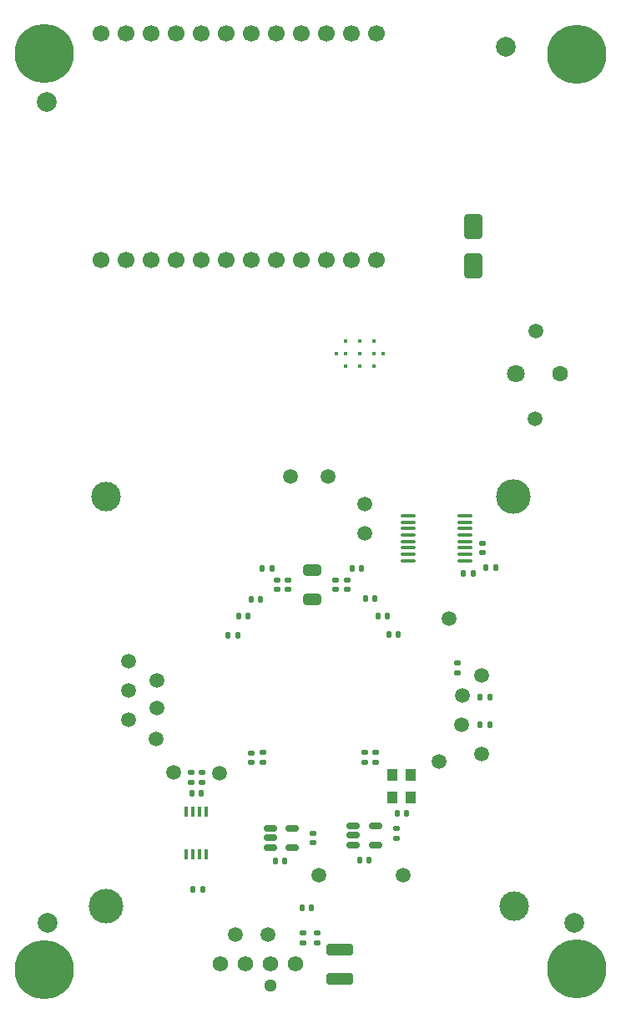
<source format=gts>
G04 #@! TF.GenerationSoftware,KiCad,Pcbnew,8.0.4*
G04 #@! TF.CreationDate,2025-01-19T11:33:20+01:00*
G04 #@! TF.ProjectId,nerdaxe-gamma,6e657264-6178-4652-9d67-616d6d612e6b,rev?*
G04 #@! TF.SameCoordinates,Original*
G04 #@! TF.FileFunction,Soldermask,Top*
G04 #@! TF.FilePolarity,Negative*
%FSLAX46Y46*%
G04 Gerber Fmt 4.6, Leading zero omitted, Abs format (unit mm)*
G04 Created by KiCad (PCBNEW 8.0.4) date 2025-01-19 11:33:20*
%MOMM*%
%LPD*%
G01*
G04 APERTURE LIST*
G04 Aperture macros list*
%AMRoundRect*
0 Rectangle with rounded corners*
0 $1 Rounding radius*
0 $2 $3 $4 $5 $6 $7 $8 $9 X,Y pos of 4 corners*
0 Add a 4 corners polygon primitive as box body*
4,1,4,$2,$3,$4,$5,$6,$7,$8,$9,$2,$3,0*
0 Add four circle primitives for the rounded corners*
1,1,$1+$1,$2,$3*
1,1,$1+$1,$4,$5*
1,1,$1+$1,$6,$7*
1,1,$1+$1,$8,$9*
0 Add four rect primitives between the rounded corners*
20,1,$1+$1,$2,$3,$4,$5,0*
20,1,$1+$1,$4,$5,$6,$7,0*
20,1,$1+$1,$6,$7,$8,$9,0*
20,1,$1+$1,$8,$9,$2,$3,0*%
G04 Aperture macros list end*
%ADD10C,1.500000*%
%ADD11RoundRect,0.135000X0.135000X0.185000X-0.135000X0.185000X-0.135000X-0.185000X0.135000X-0.185000X0*%
%ADD12RoundRect,0.250000X-1.100000X0.325000X-1.100000X-0.325000X1.100000X-0.325000X1.100000X0.325000X0*%
%ADD13C,2.000000*%
%ADD14RoundRect,0.140000X0.140000X0.170000X-0.140000X0.170000X-0.140000X-0.170000X0.140000X-0.170000X0*%
%ADD15RoundRect,0.140000X0.170000X-0.140000X0.170000X0.140000X-0.170000X0.140000X-0.170000X-0.140000X0*%
%ADD16RoundRect,0.140000X-0.170000X0.140000X-0.170000X-0.140000X0.170000X-0.140000X0.170000X0.140000X0*%
%ADD17RoundRect,0.135000X-0.185000X0.135000X-0.185000X-0.135000X0.185000X-0.135000X0.185000X0.135000X0*%
%ADD18C,3.000000*%
%ADD19RoundRect,0.150000X-0.512500X-0.150000X0.512500X-0.150000X0.512500X0.150000X-0.512500X0.150000X0*%
%ADD20R,1.100000X1.300000*%
%ADD21RoundRect,0.140000X-0.140000X-0.170000X0.140000X-0.170000X0.140000X0.170000X-0.140000X0.170000X0*%
%ADD22C,0.800000*%
%ADD23C,6.000000*%
%ADD24RoundRect,0.250000X-0.650000X0.325000X-0.650000X-0.325000X0.650000X-0.325000X0.650000X0.325000X0*%
%ADD25RoundRect,0.135000X0.185000X-0.135000X0.185000X0.135000X-0.185000X0.135000X-0.185000X-0.135000X0*%
%ADD26R,0.400000X1.100000*%
%ADD27C,3.500000*%
%ADD28RoundRect,0.100000X-0.637500X-0.100000X0.637500X-0.100000X0.637500X0.100000X-0.637500X0.100000X0*%
%ADD29RoundRect,0.135000X-0.135000X-0.185000X0.135000X-0.185000X0.135000X0.185000X-0.135000X0.185000X0*%
%ADD30RoundRect,0.250000X-0.650000X1.000000X-0.650000X-1.000000X0.650000X-1.000000X0.650000X1.000000X0*%
%ADD31C,1.295400*%
%ADD32C,1.574800*%
%ADD33C,1.700000*%
%ADD34C,1.600000*%
%ADD35C,1.800000*%
%ADD36C,0.400000*%
G04 APERTURE END LIST*
D10*
X128397000Y-79121000D03*
D11*
X122010000Y-103710000D03*
X120990000Y-103710000D03*
D12*
X108458000Y-141781000D03*
X108458000Y-144731000D03*
D10*
X114860000Y-134280000D03*
D13*
X125270000Y-50310000D03*
X132260000Y-139060000D03*
X78850000Y-139070000D03*
D14*
X101570000Y-103154000D03*
X100610000Y-103154000D03*
D10*
X122860000Y-121970000D03*
X120820000Y-119010000D03*
D15*
X100655438Y-122810000D03*
X100655438Y-121850000D03*
D16*
X108072400Y-104360000D03*
X108072400Y-105320000D03*
D17*
X94520000Y-123850000D03*
X94520000Y-124870000D03*
D14*
X99161000Y-108024000D03*
X98201000Y-108024000D03*
D18*
X84764000Y-95943000D03*
D16*
X102110000Y-104360000D03*
X102110000Y-105320000D03*
D19*
X101392500Y-129520000D03*
X101392500Y-130470000D03*
X101392500Y-131420000D03*
X103667500Y-131420000D03*
X103667500Y-129520000D03*
D10*
X110990000Y-96640000D03*
X101144000Y-140268000D03*
X96280000Y-123890000D03*
X97834000Y-140298000D03*
X87080000Y-118492000D03*
X103505000Y-93853000D03*
D18*
X126130000Y-137350000D03*
D10*
X128270000Y-88011000D03*
D15*
X99525438Y-122820000D03*
X99525438Y-121860000D03*
X112140000Y-122790000D03*
X112140000Y-121830000D03*
D20*
X115680000Y-126370000D03*
X115680000Y-124070000D03*
X113780000Y-124070000D03*
X113780000Y-126370000D03*
D21*
X101940000Y-132840000D03*
X102900000Y-132840000D03*
D22*
X130250000Y-51120990D03*
X130909010Y-49530000D03*
X130909010Y-52711980D03*
X132500000Y-48870990D03*
D23*
X132500000Y-51120990D03*
D22*
X132500000Y-53370990D03*
X134090990Y-49530000D03*
X134090990Y-52711980D03*
X134750000Y-51120990D03*
D10*
X107315000Y-93853000D03*
D14*
X115270000Y-128010000D03*
X114310000Y-128010000D03*
D13*
X78750000Y-55900000D03*
D10*
X110990000Y-99610000D03*
D11*
X123720000Y-118980000D03*
X122700000Y-118980000D03*
D10*
X91650000Y-123880000D03*
D24*
X105670000Y-103375000D03*
X105670000Y-106325000D03*
D10*
X119550000Y-108280000D03*
X118520000Y-122760000D03*
D25*
X106174000Y-141148000D03*
X106174000Y-140128000D03*
D26*
X94870000Y-127840000D03*
X94220000Y-127840000D03*
X93570000Y-127840000D03*
X92920000Y-127840000D03*
X92920000Y-132140000D03*
X93570000Y-132140000D03*
X94220000Y-132140000D03*
X94870000Y-132140000D03*
D10*
X87080000Y-112616000D03*
D19*
X109843500Y-129279000D03*
X109843500Y-130229000D03*
X109843500Y-131179000D03*
X112118500Y-131179000D03*
X112118500Y-129279000D03*
D22*
X130250000Y-143728000D03*
X130909010Y-142137010D03*
X130909010Y-145318990D03*
X132500000Y-141478000D03*
D23*
X132500000Y-143728000D03*
D22*
X132500000Y-145978000D03*
X134090990Y-142137010D03*
X134090990Y-145318990D03*
X134750000Y-143728000D03*
D16*
X122930000Y-100640000D03*
X122930000Y-101600000D03*
X103240000Y-104360000D03*
X103240000Y-105320000D03*
D17*
X120380000Y-112750000D03*
X120380000Y-113770000D03*
D10*
X122860000Y-113980000D03*
X89860000Y-120480000D03*
D22*
X76250000Y-143855000D03*
X76909010Y-142264010D03*
X76909010Y-145445990D03*
X78500000Y-141605000D03*
D23*
X78500000Y-143855000D03*
D22*
X78500000Y-146105000D03*
X80090990Y-142264010D03*
X80090990Y-145445990D03*
X80750000Y-143855000D03*
D16*
X104734000Y-140138000D03*
X104734000Y-141098000D03*
D27*
X84710000Y-137360000D03*
D14*
X98090000Y-109925000D03*
X97130000Y-109925000D03*
X114410000Y-109860000D03*
X113450000Y-109860000D03*
D28*
X115427500Y-97855000D03*
X115427500Y-98505000D03*
X115427500Y-99155000D03*
X115427500Y-99805000D03*
X115427500Y-100455000D03*
X115427500Y-101105000D03*
X115427500Y-101755000D03*
X115427500Y-102405000D03*
X121152500Y-102405000D03*
X121152500Y-101755000D03*
X121152500Y-101105000D03*
X121152500Y-100455000D03*
X121152500Y-99805000D03*
X121152500Y-99155000D03*
X121152500Y-98505000D03*
X121152500Y-97855000D03*
D29*
X93560000Y-135710000D03*
X94580000Y-135710000D03*
D14*
X112010000Y-106266000D03*
X111050000Y-106266000D03*
D25*
X93380000Y-124870000D03*
X93380000Y-123850000D03*
D21*
X110481000Y-132739000D03*
X111441000Y-132739000D03*
D14*
X124270000Y-103110000D03*
X123310000Y-103110000D03*
D15*
X111000000Y-122790000D03*
X111000000Y-121830000D03*
D22*
X76250000Y-51054000D03*
X76909010Y-49463010D03*
X76909010Y-52644990D03*
X78500000Y-48804000D03*
D23*
X78500000Y-51054000D03*
D22*
X78500000Y-53304000D03*
X80090990Y-49463010D03*
X80090990Y-52644990D03*
X80750000Y-51054000D03*
D16*
X109190000Y-104360000D03*
X109190000Y-105320000D03*
D11*
X123720000Y-116220000D03*
X122700000Y-116220000D03*
D14*
X110695000Y-103146000D03*
X109735000Y-103146000D03*
D10*
X106360000Y-134230000D03*
D27*
X126060000Y-95869000D03*
D10*
X120900000Y-116060000D03*
X89890000Y-114520000D03*
D14*
X94440000Y-125940000D03*
X93480000Y-125940000D03*
X113310000Y-108026000D03*
X112350000Y-108026000D03*
X105574000Y-137528000D03*
X104614000Y-137528000D03*
D10*
X87080000Y-115554000D03*
X89890000Y-117310000D03*
D16*
X114240000Y-129540000D03*
X114240000Y-130500000D03*
D14*
X100441000Y-106284000D03*
X99481000Y-106284000D03*
D30*
X122047000Y-68517000D03*
X122047000Y-72517000D03*
D16*
X105750000Y-129990000D03*
X105750000Y-130950000D03*
D31*
X101462400Y-145400852D03*
D32*
X96382400Y-143240851D03*
X98922400Y-143240851D03*
X101462400Y-143240851D03*
X104002400Y-143240851D03*
D33*
X84250000Y-71942000D03*
X86790000Y-71942000D03*
X89330000Y-71942000D03*
X91870000Y-71942000D03*
X94410000Y-71942000D03*
X96950000Y-71942000D03*
X99490000Y-71942000D03*
X102030000Y-71942000D03*
X104570000Y-71942000D03*
X107110000Y-71942000D03*
X109650000Y-71942000D03*
X112190000Y-71942000D03*
X112190000Y-49022000D03*
X109650000Y-49022000D03*
X107110000Y-49022000D03*
X104570000Y-49022000D03*
X102030000Y-49022000D03*
X99490000Y-49022000D03*
X96950000Y-49022000D03*
X94410000Y-49022000D03*
X91870000Y-49022000D03*
X89330000Y-49022000D03*
X86790000Y-49022000D03*
X84250000Y-49022000D03*
D34*
X130810000Y-83439000D03*
D35*
X126310000Y-83439000D03*
D36*
X109090000Y-82697000D03*
X110490000Y-82697000D03*
X111890000Y-82697000D03*
X108090000Y-81417000D03*
X109090000Y-81417000D03*
X110490000Y-81417000D03*
X111890000Y-81417000D03*
X112890000Y-81417000D03*
X109090000Y-80137000D03*
X110490000Y-80137000D03*
X111890000Y-80137000D03*
M02*

</source>
